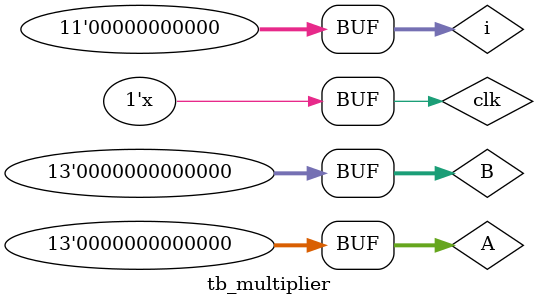
<source format=v>
`timescale 1ns / 1ps


module tb_multiplier;

	// Inputs
	reg [12:0] A;
	reg [12:0] B;
	reg clk;

	// Outputs
	wire [26:0] Y;
	wire [26:0] Z;
	
	reg [10:0] i;
	// Instantiate the Unit Under Test (UUT)
	multiplier uut (
		.clk(clk),
		.A(A), 
		.B(B), 
		.Y(Y), 
		.Z(Z)
	);

	initial begin
		// Initialize Inputs
		A = 0;
		B = 0;
		i = 0;
		clk = 0;
		// Wait 100 ns for global reset to finish
		#100;
        
		// Add stimulus here
		A = 13'b0000010110000; // 11
		B = 13'b1111111101001; // -1.4375
		// Y = 111111111111111101101001101
		// Z = 000000000000011001010001100
	end
	
	always
	begin
		
		A = 13'b0000010110000; // 11
		B = 13'b1111111101001; // -1.4375
		// Y = 111111111111111101101001101
		// Z = 000000000000011001010001100
		#1 clk = ~clk;
		#1 clk = ~clk;
		#1 clk = ~clk;
		#1 clk = ~clk;
		
		A = 13'b0;
		B = 13'b0;
		// Y = 0
		// Z = 0
		
		#1 clk = ~clk;
		#1 clk = ~clk;
		#1 clk = ~clk;
		#1 clk = ~clk;
	end
      
endmodule


</source>
